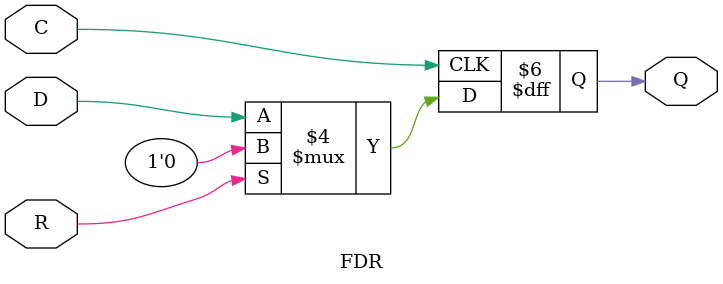
<source format=v>
/***************************************************************************
 *                                                                         *
 *   FDR.v - Replicates the functionality of the Xilinx primitive of the   *
 *     same name.                                                          *
 *                                                                         *
 *   Copyright (C) 2005 by Patrick Suggate                                 *
 *   patrick@physics.otago.ac.nz                                           *
 *                                                                         *
 *   This program is free software; you can redistribute it and/or modify  *
 *   it under the terms of the GNU General Public License as published by  *
 *   the Free Software Foundation; either version 2 of the License, or     *
 *   (at your option) any later version.                                   *
 *                                                                         *
 *   This program is distributed in the hope that it will be useful,       *
 *   but WITHOUT ANY WARRANTY; without even the implied warranty of        *
 *   MERCHANTABILITY or FITNESS FOR A PARTICULAR PURPOSE.  See the         *
 *   GNU General Public License for more details.                          *
 *                                                                         *
 *   You should have received a copy of the GNU General Public License     *
 *   along with this program; if not, write to the                         *
 *   Free Software Foundation, Inc.,                                       *
 *   59 Temple Place - Suite 330, Boston, MA  02111-1307, USA.             *
 ***************************************************************************/

// Flip-flop with reset.
`timescale 1ns/100ps
module FDR( C, D, Q, R );

input	C;
input	D;
output	Q;
input	R;

parameter	INIT	= 1'b0;
reg		Q = INIT;

always @(posedge C)
begin
	if (R)
		Q	<= #1 1'b0;
	else
		Q	<= #1 D;
end

endmodule	//	FDR

</source>
